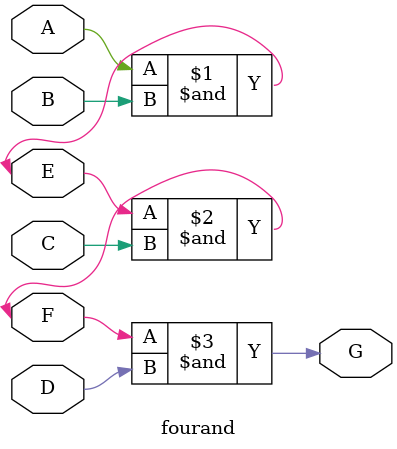
<source format=v>
`timescale 1ns / 1ps


module fourand(
    input A,
    input B,
    input C,
    input D,
    inout E,
    inout F,
    output G
    );
    
    assign E = A & B;
    assign F = E & C;
    assign G = F & D;
    
endmodule

</source>
